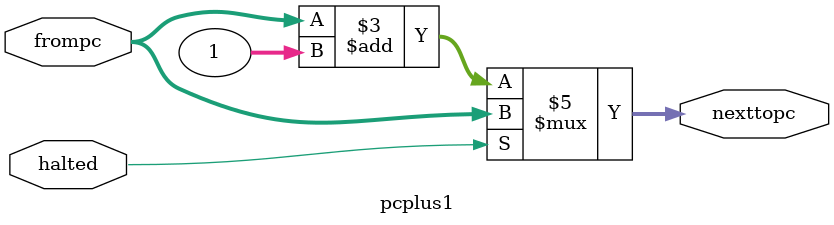
<source format=v>
module pcplus1(frompc, nexttopc,halted);
input halted;
input [31:0] frompc;
output reg [31:0] nexttopc;
always @(*)
begin
    if (halted==1'b1)
    begin
    nexttopc = frompc;
    end
    else
    begin
            nexttopc = frompc + 1;   // normal PC increment
    end
end
endmodule

</source>
